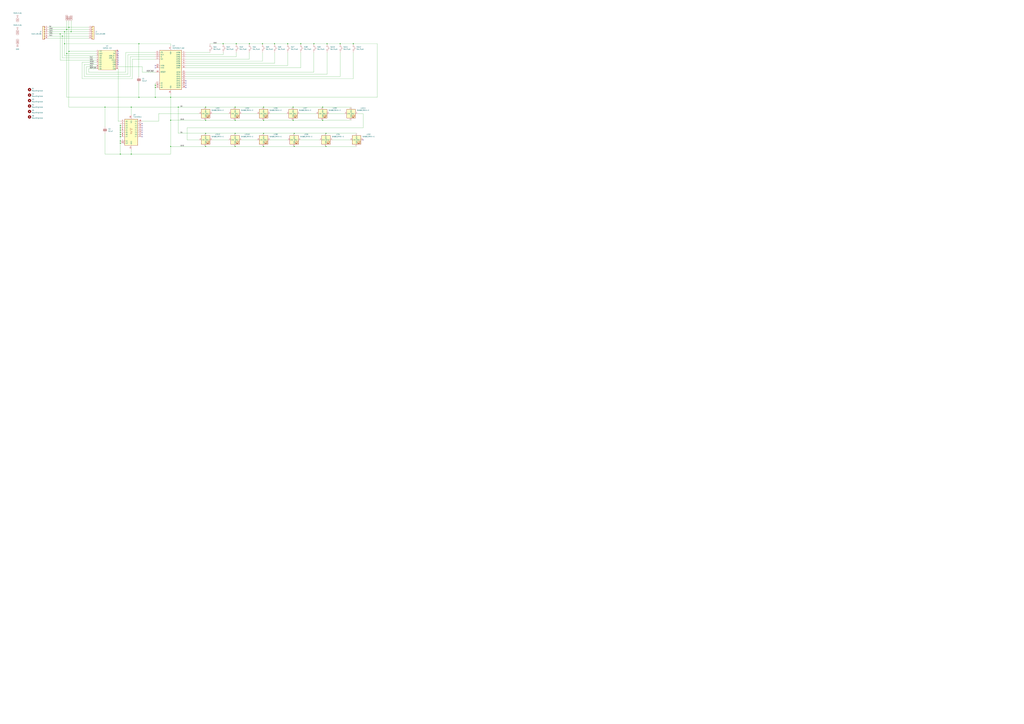
<source format=kicad_sch>
(kicad_sch (version 20250114) (generator "eeschema") (generator_version "9.0")
  (paper "A0")
  (lib_symbols
    (symbol "74xx:74AHC541" (pin_names (offset 1.016))
      (property "Reference" "U" (at -7.62 16.51 0))
      (property "Value" "74AHC541" (at -7.62 -16.51 0))
      (symbol "74AHC541_1_0"
        (polyline (pts (xy -1.27 -1.6002) (xy 0.635 -1.6002) (xy 0.635 0.9398) (xy 1.27 0.9398)))
        (polyline (pts (xy -0.635 -1.6002) (xy -0.635 0.9398) (xy 0.635 0.9398)))
        (polyline (pts (xy 1.27 3.4798) (xy -1.27 4.7498) (xy -1.27 2.2098) (xy 1.27 3.4798)) (stroke (width 0.1524)))
        (pin input line (at -12.7 12.7 0) (length 5.08) (name "A0") (number "2"))
        (pin input line (at -12.7 10.16 0) (length 5.08) (name "A1") (number "3"))
        (pin input line (at -12.7 7.62 0) (length 5.08) (name "A2") (number "4"))
        (pin input line (at -12.7 5.08 0) (length 5.08) (name "A3") (number "5"))
        (pin input line (at -12.7 2.54 0) (length 5.08) (name "A4") (number "6"))
        (pin input line (at -12.7 0 0) (length 5.08) (name "A5") (number "7"))
        (pin input line (at -12.7 -2.54 0) (length 5.08) (name "A6") (number "8"))
        (pin input line (at -12.7 -5.08 0) (length 5.08) (name "A7") (number "9"))
        (pin input inverted (at -12.7 -10.16 0) (length 5.08) (name "G1") (number "1"))
        (pin input inverted (at -12.7 -12.7 0) (length 5.08) (name "G2") (number "19"))
        (pin power_in line (at 0 20.32 270) (length 5.08) (name "VCC") (number "20"))
        (pin power_in line (at 0 -20.32 90) (length 5.08) (name "GND") (number "10"))
        (pin tri_state line (at 12.7 12.7 180) (length 5.08) (name "Y0") (number "18"))
        (pin tri_state line (at 12.7 10.16 180) (length 5.08) (name "Y1") (number "17"))
        (pin tri_state line (at 12.7 7.62 180) (length 5.08) (name "Y2") (number "16"))
        (pin tri_state line (at 12.7 5.08 180) (length 5.08) (name "Y3") (number "15"))
        (pin tri_state line (at 12.7 2.54 180) (length 5.08) (name "Y4") (number "14"))
        (pin tri_state line (at 12.7 0 180) (length 5.08) (name "Y5") (number "13"))
        (pin tri_state line (at 12.7 -2.54 180) (length 5.08) (name "Y6") (number "12"))
        (pin tri_state line (at 12.7 -5.08 180) (length 5.08) (name "Y7") (number "11"))
      )
      (symbol "74AHC541_1_1"
        (rectangle (start -7.62 15.24) (end 7.62 -15.24) (stroke (width 0.254)) (fill (type background)))
      )
    )
    (symbol "Connector_Generic:Conn_01x06" (pin_names (offset 1.016) (hide yes))
      (property "Reference" "J" (at 0 7.62 0))
      (property "Value" "Conn_01x06" (at 0 -10.16 0))
      (symbol "Conn_01x06_1_1"
        (rectangle (start -1.27 6.35) (end 1.27 -8.89) (stroke (width 0.254)) (fill (type background)))
        (rectangle (start -1.27 5.207) (end 0 4.953) (stroke (width 0.1524)))
        (rectangle (start -1.27 2.667) (end 0 2.413) (stroke (width 0.1524)))
        (rectangle (start -1.27 0.127) (end 0 -0.127) (stroke (width 0.1524)))
        (rectangle (start -1.27 -2.413) (end 0 -2.667) (stroke (width 0.1524)))
        (rectangle (start -1.27 -4.953) (end 0 -5.207) (stroke (width 0.1524)))
        (rectangle (start -1.27 -7.493) (end 0 -7.747) (stroke (width 0.1524)))
        (pin passive line (at -5.08 5.08 0) (length 3.81) (name "Pin_1") (number "1"))
        (pin passive line (at -5.08 2.54 0) (length 3.81) (name "Pin_2") (number "2"))
        (pin passive line (at -5.08 0 0) (length 3.81) (name "Pin_3") (number "3"))
        (pin passive line (at -5.08 -2.54 0) (length 3.81) (name "Pin_4") (number "4"))
        (pin passive line (at -5.08 -5.08 0) (length 3.81) (name "Pin_5") (number "5"))
        (pin passive line (at -5.08 -7.62 0) (length 3.81) (name "Pin_6") (number "6"))
      )
    )
    (symbol "Device:C" (pin_numbers (hide yes)) (pin_names (offset 0.254))
      (property "Reference" "C" (at 0.635 2.54 0))
      (property "Value" "C" (at 0.635 -2.54 0))
      (symbol "C_0_1"
        (polyline (pts (xy -2.032 0.762) (xy 2.032 0.762)) (stroke (width 0.508)))
        (polyline (pts (xy -2.032 -0.762) (xy 2.032 -0.762)) (stroke (width 0.508)))
      )
      (symbol "C_1_1"
        (pin passive line (at 0 3.81 270) (length 2.794) (name "~") (number "1"))
        (pin passive line (at 0 -3.81 90) (length 2.794) (name "~") (number "2"))
      )
    )
    (symbol "Interface_Expansion:MCP23S17_SO" (pin_names (offset 1.016))
      (property "Reference" "U" (at -11.43 24.13 0))
      (property "Value" "MCP23S17_SO" (at 0 0 0))
      (symbol "MCP23S17_SO_0_1"
        (rectangle (start -12.7 22.86) (end 12.7 -22.86) (stroke (width 0.254)) (fill (type background)))
      )
      (symbol "MCP23S17_SO_1_1"
        (pin input line (at -17.78 20.32 0) (length 5.08) (name "~{CS}") (number "11"))
        (pin input line (at -17.78 17.78 0) (length 5.08) (name "SCK") (number "12"))
        (pin input line (at -17.78 15.24 0) (length 5.08) (name "SI") (number "13"))
        (pin output line (at -17.78 12.7 0) (length 5.08) (name "SO") (number "14"))
        (pin tri_state line (at -17.78 5.08 0) (length 5.08) (name "INTB") (number "19"))
        (pin tri_state line (at -17.78 2.54 0) (length 5.08) (name "INTA") (number "20"))
        (pin input line (at -17.78 -2.54 0) (length 5.08) (name "~{RESET}") (number "18"))
        (pin input line (at -17.78 -15.24 0) (length 5.08) (name "A2") (number "17"))
        (pin input line (at -17.78 -17.78 0) (length 5.08) (name "A1") (number "16"))
        (pin input line (at -17.78 -20.32 0) (length 5.08) (name "A0") (number "15"))
        (pin power_in line (at 0 27.94 270) (length 5.08) (name "VDD") (number "9"))
        (pin power_in line (at 0 -27.94 90) (length 5.08) (name "VSS") (number "10"))
        (pin bidirectional line (at 17.78 20.32 180) (length 5.08) (name "GPB0") (number "1"))
        (pin bidirectional line (at 17.78 17.78 180) (length 5.08) (name "GPB1") (number "2"))
        (pin bidirectional line (at 17.78 15.24 180) (length 5.08) (name "GPB2") (number "3"))
        (pin bidirectional line (at 17.78 12.7 180) (length 5.08) (name "GPB3") (number "4"))
        (pin bidirectional line (at 17.78 10.16 180) (length 5.08) (name "GPB4") (number "5"))
        (pin bidirectional line (at 17.78 7.62 180) (length 5.08) (name "GPB5") (number "6"))
        (pin bidirectional line (at 17.78 5.08 180) (length 5.08) (name "GPB6") (number "7"))
        (pin bidirectional line (at 17.78 2.54 180) (length 5.08) (name "GPB7") (number "8"))
        (pin bidirectional line (at 17.78 -2.54 180) (length 5.08) (name "GPA0") (number "21"))
        (pin bidirectional line (at 17.78 -5.08 180) (length 5.08) (name "GPA1") (number "22"))
        (pin bidirectional line (at 17.78 -7.62 180) (length 5.08) (name "GPA2") (number "23"))
        (pin bidirectional line (at 17.78 -10.16 180) (length 5.08) (name "GPA3") (number "24"))
        (pin bidirectional line (at 17.78 -12.7 180) (length 5.08) (name "GPA4") (number "25"))
        (pin bidirectional line (at 17.78 -15.24 180) (length 5.08) (name "GPA5") (number "26"))
        (pin bidirectional line (at 17.78 -17.78 180) (length 5.08) (name "GPA6") (number "27"))
        (pin bidirectional line (at 17.78 -20.32 180) (length 5.08) (name "GPA7") (number "28"))
      )
    )
    (symbol "JonathanAdams-Waveshare-ESP32:Waveshare-ESP32-C3-Zero"
      (property "Reference" "U" (at -9.652 12.446 0))
      (symbol "Waveshare-ESP32-C3-Zero_1_1"
        (rectangle (start -10.16 11.43) (end 10.16 -11.43) (fill (type background)))
        (pin power_in line (at -12.7 10.16 0) (length 2.54) (name "VCC") (number "1"))
        (pin power_in line (at -12.7 7.62 0) (length 2.54) (name "GND") (number "2"))
        (pin power_out line (at -12.7 5.08 0) (length 2.54) (name "V3V") (number "3"))
        (pin bidirectional line (at -12.7 2.54 0) (length 2.54) (name "IO0") (number "4"))
        (pin bidirectional line (at -12.7 0 0) (length 2.54) (name "IO1") (number "5"))
        (pin bidirectional line (at -12.7 -2.54 0) (length 2.54) (name "IO2") (number "6"))
        (pin bidirectional line (at -12.7 -5.08 0) (length 2.54) (name "IO3") (number "7"))
        (pin bidirectional line (at -12.7 -7.62 0) (length 2.54) (name "IO4") (number "8"))
        (pin bidirectional line (at -12.7 -10.16 0) (length 2.54) (name "IO5") (number "9"))
        (pin bidirectional line (at 12.7 10.16 180) (length 2.54) (name "IO21") (number "18") (alternate "TX" bidirectional line))
        (pin bidirectional line (at 12.7 7.62 180) (length 2.54) (name "IO20") (number "17") (alternate "RX" bidirectional line))
        (pin bidirectional line (at 12.7 5.08 180) (length 2.54) (name "IO19") (number "16") (alternate "USB_D+" bidirectional line))
        (pin bidirectional line (at 12.7 2.54 180) (length 2.54) (name "IO18") (number "15") (alternate "USB_D-" bidirectional line))
        (pin bidirectional line (at 12.7 0 180) (length 2.54) (name "IO10") (number "14"))
        (pin bidirectional line (at 12.7 -2.54 180) (length 2.54) (name "IO9") (number "13"))
        (pin bidirectional line (at 12.7 -5.08 180) (length 2.54) (name "IO8") (number "12"))
        (pin bidirectional line (at 12.7 -7.62 180) (length 2.54) (name "IO7") (number "11"))
        (pin bidirectional line (at 12.7 -10.16 180) (length 2.54) (name "IO6") (number "10"))
      )
    )
    (symbol "Mechanical:MountingHole" (pin_names (offset 1.016)) (in_bom no)
      (property "Reference" "H" (at 0 5.08 0))
      (property "Value" "MountingHole" (at 0 3.175 0))
      (symbol "MountingHole_0_1"
        (circle (center 0 0) (radius 1.27) (stroke (width 1.27)))
      )
    )
    (symbol "PCM_marbastlib-various:SK6812MINI-E"
      (property "Reference" "LED" (at 2.54 6.35 0))
      (property "Value" "SK6812MINI-E" (at 7.62 -6.35 0))
      (symbol "SK6812MINI-E_0_0"
        (text "RGB" (at 2.286 -4.191 0) (effects (font (size 0.762 0.762))))
      )
      (symbol "SK6812MINI-E_0_1"
        (polyline (pts (xy 1.27 -2.54) (xy 1.778 -2.54)))
        (polyline (pts (xy 1.27 -3.556) (xy 1.778 -3.556)))
        (polyline (pts (xy 2.286 -1.524) (xy 1.27 -2.54) (xy 1.27 -2.032)))
        (polyline (pts (xy 2.286 -2.54) (xy 1.27 -3.556) (xy 1.27 -3.048)))
        (polyline (pts (xy 3.683 -1.016) (xy 3.683 -3.556) (xy 3.683 -4.064)))
        (polyline (pts (xy 4.699 -1.524) (xy 2.667 -1.524) (xy 3.683 -3.556) (xy 4.699 -1.524)))
        (polyline (pts (xy 4.699 -3.556) (xy 2.667 -3.556)))
        (rectangle (start 5.08 5.08) (end -5.08 -5.08) (stroke (width 0.254)) (fill (type background)))
      )
      (symbol "SK6812MINI-E_1_1"
        (pin input line (at -7.62 0 0) (length 2.54) (name "DIN") (number "3"))
        (pin power_in line (at 0 7.62 270) (length 2.54) (name "VDD") (number "1"))
        (pin power_in line (at 0 -7.62 90) (length 2.54) (name "VSS") (number "4"))
        (pin output line (at 7.62 0 180) (length 2.54) (name "DOUT") (number "2"))
      )
    )
    (symbol "Switch:SW_Push" (pin_numbers (hide yes)) (pin_names (offset 1.016) (hide yes))
      (property "Reference" "SW" (at 1.27 2.54 0))
      (property "Value" "SW_Push" (at 0 -1.524 0))
      (symbol "SW_Push_0_1"
        (circle (center -2.032 0) (radius 0.508))
        (polyline (pts (xy 0 1.27) (xy 0 3.048)))
        (circle (center 2.032 0) (radius 0.508))
        (polyline (pts (xy 2.54 1.27) (xy -2.54 1.27)))
        (pin passive line (at -5.08 0 0) (length 2.54) (name "1") (number "1"))
        (pin passive line (at 5.08 0 180) (length 2.54) (name "2") (number "2"))
      )
    )
    (symbol "power:GND" (power) (pin_numbers (hide yes)) (pin_names (offset 0) (hide yes))
      (property "Value" "GND" (at 0 -3.81 0))
      (symbol "GND_0_1"
        (polyline (pts (xy 0 0) (xy 0 -1.27) (xy 1.27 -1.27) (xy 0 -2.54) (xy -1.27 -1.27) (xy 0 -1.27)))
      )
      (symbol "GND_1_1"
        (pin power_in line (at 0 0 270) (length 0) (name "~") (number "1"))
      )
    )
    (symbol "power:PWR_FLAG" (power) (pin_numbers (hide yes)) (pin_names (offset 0) (hide yes))
      (property "Value" "PWR_FLAG" (at 0 3.81 0))
      (symbol "PWR_FLAG_0_0"
        (pin power_out line (at 0 0 90) (length 0) (name "~") (number "1"))
      )
      (symbol "PWR_FLAG_0_1"
        (polyline (pts (xy 0 0) (xy 0 1.27) (xy -1.016 1.905) (xy 0 2.54) (xy 1.016 1.905) (xy 0 1.27)))
      )
    )
  )
  (junction (at 340.36 124.46))
  (junction (at 341.63 154.94))
  (junction (at 152.4 124.46))
  (junction (at 152.4 179.07))
  (junction (at 259.08 50.8))
  (junction (at 180.34 113.03))
  (junction (at 273.05 154.94))
  (junction (at 180.34 99.06))
  (junction (at 139.7 179.07))
  (junction (at 378.46 154.94))
  (junction (at 238.76 154.94))
  (junction (at 139.7 158.75))
  (junction (at 410.21 50.8))
  (junction (at 139.7 166.37))
  (junction (at 378.46 170.18))
  (junction (at 121.92 124.46))
  (junction (at 139.7 156.21))
  (junction (at 334.01 50.8))
  (junction (at 69.85 39.37))
  (junction (at 273.05 170.18))
  (junction (at 139.7 146.05))
  (junction (at 139.7 153.67))
  (junction (at 349.25 50.8))
  (junction (at 198.12 113.03))
  (junction (at 198.12 139.7))
  (junction (at 238.76 124.46))
  (junction (at 139.7 151.13))
  (junction (at 394.97 50.8))
  (junction (at 74.93 50.8))
  (junction (at 139.7 163.83))
  (junction (at 289.56 50.8))
  (junction (at 80.01 31.75))
  (junction (at 318.77 50.8))
  (junction (at 274.32 50.8))
  (junction (at 198.12 170.18))
  (junction (at 77.47 34.29))
  (junction (at 72.39 41.91))
  (junction (at 374.65 124.46))
  (junction (at 273.05 139.7))
  (junction (at 74.93 36.83))
  (junction (at 379.73 50.8))
  (junction (at 341.63 170.18))
  (junction (at 161.29 113.03))
  (junction (at 207.01 124.46))
  (junction (at 80.01 59.69))
  (junction (at 77.47 62.23))
  (junction (at 82.55 36.83))
  (junction (at 306.07 154.94))
  (junction (at 304.8 50.8))
  (junction (at 180.34 101.6))
  (junction (at 238.76 170.18))
  (junction (at 306.07 170.18))
  (junction (at 364.49 50.8))
  (junction (at 161.29 50.8))
  (junction (at 306.07 139.7))
  (junction (at 340.36 139.7))
  (junction (at 238.76 139.7))
  (junction (at 374.65 139.7))
  (junction (at 273.05 124.46))
  (junction (at 139.7 148.59))
  (junction (at 306.07 124.46))
  (no_connect (at 215.9 101.6))
  (no_connect (at 165.1 151.13))
  (no_connect (at 165.1 148.59))
  (no_connect (at 165.1 158.75))
  (no_connect (at 165.1 143.51))
  (no_connect (at 215.9 96.52))
  (no_connect (at 137.16 72.39))
  (no_connect (at 180.34 76.2))
  (no_connect (at 165.1 156.21))
  (no_connect (at 137.16 59.69))
  (no_connect (at 137.16 69.85))
  (no_connect (at 165.1 153.67))
  (no_connect (at 137.16 67.31))
  (no_connect (at 215.9 93.98))
  (no_connect (at 165.1 146.05))
  (no_connect (at 180.34 78.74))
  (no_connect (at 137.16 74.93))
  (no_connect (at 215.9 99.06))
  (no_connect (at 137.16 62.23))
  (no_connect (at 421.64 162.56))
  (no_connect (at 137.16 64.77))
  (wire (pts (xy 165.1 140.97) (xy 184.15 140.97)))
  (wire (pts (xy 55.88 36.83) (xy 74.93 36.83)))
  (wire (pts (xy 238.76 139.7) (xy 273.05 139.7)))
  (wire (pts (xy 139.7 143.51) (xy 139.7 146.05)))
  (wire (pts (xy 215.9 73.66) (xy 318.77 73.66)))
  (wire (pts (xy 306.07 124.46) (xy 340.36 124.46)))
  (wire (pts (xy 415.29 132.08) (xy 421.64 132.08)))
  (wire (pts (xy 273.05 170.18) (xy 306.07 170.18)))
  (wire (pts (xy 82.55 36.83) (xy 102.87 36.83)))
  (wire (pts (xy 215.9 71.12) (xy 304.8 71.12)))
  (wire (pts (xy 184.15 140.97) (xy 184.15 132.08)))
  (wire (pts (xy 139.7 146.05) (xy 139.7 148.59)))
  (wire (pts (xy 80.01 24.13) (xy 80.01 31.75)))
  (wire (pts (xy 374.65 124.46) (xy 407.67 124.46)))
  (wire (pts (xy 274.32 50.8) (xy 289.56 50.8)))
  (wire (pts (xy 198.12 50.8) (xy 198.12 53.34)))
  (wire (pts (xy 148.59 63.5) (xy 180.34 63.5)))
  (wire (pts (xy 137.16 140.97) (xy 139.7 140.97)))
  (wire (pts (xy 215.9 88.9) (xy 394.97 88.9)))
  (wire (pts (xy 421.64 148.59) (xy 217.17 148.59)))
  (wire (pts (xy 215.9 86.36) (xy 379.73 86.36)))
  (wire (pts (xy 217.17 148.59) (xy 217.17 162.56)))
  (wire (pts (xy 77.47 34.29) (xy 102.87 34.29)))
  (wire (pts (xy 55.88 44.45) (xy 102.87 44.45)))
  (wire (pts (xy 95.25 72.39) (xy 95.25 91.44)))
  (wire (pts (xy 180.34 96.52) (xy 180.34 99.06)))
  (wire (pts (xy 259.08 63.5) (xy 215.9 63.5)))
  (wire (pts (xy 306.07 170.18) (xy 341.63 170.18)))
  (wire (pts (xy 151.13 66.04) (xy 180.34 66.04)))
  (wire (pts (xy 77.47 113.03) (xy 77.47 62.23)))
  (wire (pts (xy 313.69 162.56) (xy 334.01 162.56)))
  (wire (pts (xy 386.08 162.56) (xy 406.4 162.56)))
  (wire (pts (xy 438.15 113.03) (xy 438.15 50.8)))
  (wire (pts (xy 215.9 68.58) (xy 289.56 68.58)))
  (wire (pts (xy 121.92 124.46) (xy 80.01 124.46)))
  (wire (pts (xy 139.7 153.67) (xy 139.7 156.21)))
  (wire (pts (xy 341.63 170.18) (xy 378.46 170.18)))
  (wire (pts (xy 334.01 76.2) (xy 215.9 76.2)))
  (wire (pts (xy 273.05 139.7) (xy 306.07 139.7)))
  (wire (pts (xy 217.17 162.56) (xy 231.14 162.56)))
  (wire (pts (xy 77.47 24.13) (xy 77.47 34.29)))
  (wire (pts (xy 394.97 88.9) (xy 394.97 60.96)))
  (wire (pts (xy 153.67 91.44) (xy 153.67 68.58)))
  (wire (pts (xy 80.01 31.75) (xy 80.01 59.69)))
  (wire (pts (xy 180.34 99.06) (xy 180.34 101.6)))
  (wire (pts (xy 259.08 60.96) (xy 259.08 63.5)))
  (wire (pts (xy 318.77 73.66) (xy 318.77 60.96)))
  (wire (pts (xy 318.77 50.8) (xy 334.01 50.8)))
  (wire (pts (xy 238.76 154.94) (xy 273.05 154.94)))
  (wire (pts (xy 161.29 113.03) (xy 180.34 113.03)))
  (wire (pts (xy 364.49 60.96) (xy 364.49 83.82)))
  (wire (pts (xy 374.65 139.7) (xy 407.67 139.7)))
  (wire (pts (xy 274.32 50.8) (xy 259.08 50.8)))
  (wire (pts (xy 121.92 179.07) (xy 121.92 154.94)))
  (wire (pts (xy 165.1 77.47) (xy 137.16 77.47)))
  (wire (pts (xy 152.4 179.07) (xy 152.4 173.99)))
  (wire (pts (xy 97.79 74.93) (xy 111.76 74.93)))
  (wire (pts (xy 379.73 86.36) (xy 379.73 60.96)))
  (wire (pts (xy 161.29 50.8) (xy 161.29 88.9)))
  (wire (pts (xy 139.7 158.75) (xy 139.7 163.83)))
  (wire (pts (xy 273.05 124.46) (xy 306.07 124.46)))
  (wire (pts (xy 137.16 80.01) (xy 137.16 140.97)))
  (wire (pts (xy 180.34 60.96) (xy 146.05 60.96)))
  (wire (pts (xy 121.92 124.46) (xy 121.92 147.32)))
  (wire (pts (xy 165.1 83.82) (xy 165.1 77.47)))
  (wire (pts (xy 69.85 39.37) (xy 102.87 39.37)))
  (wire (pts (xy 410.21 50.8) (xy 394.97 50.8)))
  (wire (pts (xy 207.01 124.46) (xy 238.76 124.46)))
  (wire (pts (xy 100.33 77.47) (xy 111.76 77.47)))
  (wire (pts (xy 304.8 50.8) (xy 318.77 50.8)))
  (wire (pts (xy 207.01 154.94) (xy 238.76 154.94)))
  (wire (pts (xy 74.93 64.77) (xy 111.76 64.77)))
  (wire (pts (xy 100.33 86.36) (xy 148.59 86.36)))
  (wire (pts (xy 280.67 132.08) (xy 298.45 132.08)))
  (wire (pts (xy 80.01 59.69) (xy 111.76 59.69)))
  (wire (pts (xy 184.15 132.08) (xy 231.14 132.08)))
  (wire (pts (xy 72.39 67.31) (xy 72.39 41.91)))
  (wire (pts (xy 55.88 34.29) (xy 77.47 34.29)))
  (wire (pts (xy 77.47 34.29) (xy 77.47 62.23)))
  (wire (pts (xy 215.9 60.96) (xy 243.84 60.96)))
  (wire (pts (xy 347.98 132.08) (xy 367.03 132.08)))
  (wire (pts (xy 349.25 162.56) (xy 370.84 162.56)))
  (wire (pts (xy 74.93 64.77) (xy 74.93 50.8)))
  (wire (pts (xy 198.12 113.03) (xy 438.15 113.03)))
  (wire (pts (xy 334.01 50.8) (xy 349.25 50.8)))
  (wire (pts (xy 198.12 139.7) (xy 198.12 113.03)))
  (wire (pts (xy 313.69 132.08) (xy 332.74 132.08)))
  (wire (pts (xy 102.87 83.82) (xy 102.87 80.01)))
  (wire (pts (xy 198.12 170.18) (xy 198.12 179.07)))
  (wire (pts (xy 259.08 50.8) (xy 243.84 50.8)))
  (wire (pts (xy 97.79 74.93) (xy 97.79 88.9)))
  (wire (pts (xy 55.88 31.75) (xy 80.01 31.75)))
  (wire (pts (xy 74.93 50.8) (xy 161.29 50.8)))
  (wire (pts (xy 238.76 124.46) (xy 273.05 124.46)))
  (wire (pts (xy 153.67 68.58) (xy 180.34 68.58)))
  (wire (pts (xy 349.25 50.8) (xy 364.49 50.8)))
  (wire (pts (xy 55.88 41.91) (xy 72.39 41.91)))
  (wire (pts (xy 306.07 139.7) (xy 340.36 139.7)))
  (wire (pts (xy 82.55 24.13) (xy 82.55 36.83)))
  (wire (pts (xy 198.12 139.7) (xy 198.12 170.18)))
  (wire (pts (xy 198.12 113.03) (xy 180.34 113.03)))
  (wire (pts (xy 280.67 162.56) (xy 298.45 162.56)))
  (wire (pts (xy 198.12 109.22) (xy 198.12 113.03)))
  (wire (pts (xy 95.25 91.44) (xy 153.67 91.44)))
  (wire (pts (xy 77.47 62.23) (xy 111.76 62.23)))
  (wire (pts (xy 139.7 151.13) (xy 139.7 153.67)))
  (wire (pts (xy 273.05 154.94) (xy 306.07 154.94)))
  (wire (pts (xy 207.01 124.46) (xy 207.01 154.94)))
  (wire (pts (xy 139.7 179.07) (xy 139.7 166.37)))
  (wire (pts (xy 246.38 162.56) (xy 265.43 162.56)))
  (wire (pts (xy 215.9 66.04) (xy 274.32 66.04)))
  (wire (pts (xy 207.01 124.46) (xy 152.4 124.46)))
  (wire (pts (xy 139.7 156.21) (xy 139.7 158.75)))
  (wire (pts (xy 95.25 72.39) (xy 111.76 72.39)))
  (wire (pts (xy 198.12 179.07) (xy 152.4 179.07)))
  (wire (pts (xy 151.13 88.9) (xy 151.13 66.04)))
  (wire (pts (xy 379.73 50.8) (xy 394.97 50.8)))
  (wire (pts (xy 69.85 69.85) (xy 111.76 69.85)))
  (wire (pts (xy 215.9 83.82) (xy 364.49 83.82)))
  (wire (pts (xy 378.46 154.94) (xy 414.02 154.94)))
  (wire (pts (xy 421.64 132.08) (xy 421.64 148.59)))
  (wire (pts (xy 165.1 83.82) (xy 180.34 83.82)))
  (wire (pts (xy 246.38 132.08) (xy 265.43 132.08)))
  (wire (pts (xy 161.29 50.8) (xy 198.12 50.8)))
  (wire (pts (xy 152.4 179.07) (xy 139.7 179.07)))
  (wire (pts (xy 146.05 60.96) (xy 146.05 83.82)))
  (wire (pts (xy 139.7 163.83) (xy 139.7 166.37)))
  (wire (pts (xy 152.4 124.46) (xy 121.92 124.46)))
  (wire (pts (xy 146.05 83.82) (xy 102.87 83.82)))
  (wire (pts (xy 334.01 60.96) (xy 334.01 76.2)))
  (wire (pts (xy 289.56 50.8) (xy 304.8 50.8)))
  (wire (pts (xy 152.4 124.46) (xy 152.4 133.35)))
  (wire (pts (xy 438.15 50.8) (xy 410.21 50.8)))
  (wire (pts (xy 69.85 69.85) (xy 69.85 39.37)))
  (wire (pts (xy 378.46 170.18) (xy 414.02 170.18)))
  (wire (pts (xy 139.7 148.59) (xy 139.7 151.13)))
  (wire (pts (xy 72.39 41.91) (xy 102.87 41.91)))
  (wire (pts (xy 349.25 78.74) (xy 349.25 60.96)))
  (wire (pts (xy 304.8 60.96) (xy 304.8 71.12)))
  (wire (pts (xy 340.36 139.7) (xy 374.65 139.7)))
  (wire (pts (xy 161.29 96.52) (xy 161.29 113.03)))
  (wire (pts (xy 410.21 91.44) (xy 410.21 60.96)))
  (wire (pts (xy 139.7 179.07) (xy 121.92 179.07)))
  (wire (pts (xy 198.12 170.18) (xy 238.76 170.18)))
  (wire (pts (xy 289.56 68.58) (xy 289.56 60.96)))
  (wire (pts (xy 80.01 31.75) (xy 102.87 31.75)))
  (wire (pts (xy 97.79 88.9) (xy 151.13 88.9)))
  (wire (pts (xy 215.9 91.44) (xy 410.21 91.44)))
  (wire (pts (xy 306.07 154.94) (xy 341.63 154.94)))
  (wire (pts (xy 55.88 39.37) (xy 69.85 39.37)))
  (wire (pts (xy 274.32 60.96) (xy 274.32 66.04)))
  (wire (pts (xy 341.63 154.94) (xy 378.46 154.94)))
  (wire (pts (xy 180.34 101.6) (xy 180.34 113.03)))
  (wire (pts (xy 364.49 50.8) (xy 379.73 50.8)))
  (wire (pts (xy 74.93 36.83) (xy 82.55 36.83)))
  (wire (pts (xy 238.76 170.18) (xy 273.05 170.18)))
  (wire (pts (xy 340.36 124.46) (xy 374.65 124.46)))
  (wire (pts (xy 382.27 132.08) (xy 400.05 132.08)))
  (wire (pts (xy 100.33 77.47) (xy 100.33 86.36)))
  (wire (pts (xy 74.93 36.83) (xy 74.93 50.8)))
  (wire (pts (xy 161.29 113.03) (xy 77.47 113.03)))
  (wire (pts (xy 238.76 139.7) (xy 198.12 139.7)))
  (wire (pts (xy 72.39 67.31) (xy 111.76 67.31)))
  (wire (pts (xy 80.01 59.69) (xy 80.01 124.46)))
  (wire (pts (xy 215.9 78.74) (xy 349.25 78.74)))
  (wire (pts (xy 102.87 80.01) (xy 111.76 80.01)))
  (wire (pts (xy 148.59 86.36) (xy 148.59 63.5)))
  (label "5V" (at 209.55 154.94 0))
  (label "5V" (at 57.15 31.75 0))
  (label "3V3" (at 57.15 36.83 0))
  (label "SDA" (at 57.15 39.37 0))
  (label "GND" (at 209.55 170.18 0))
  (label "MISO" (at 104.14 72.39 0))
  (label "SDA" (at 104.14 69.85 0))
  (label "5V" (at 209.55 124.46 0))
  (label "GND" (at 209.55 139.7 0))
  (label "~{MCP_RST}" (at 170.18 83.82 0))
  (label "MOSI" (at 104.14 74.93 0))
  (label "SCK" (at 104.14 77.47 0))
  (label "SLC" (at 104.14 67.31 0))
  (label "GND" (at 247.65 50.8 0))
  (label "SLC" (at 57.15 41.91 0))
  (label "~{MCP_CS}" (at 104.14 80.01 0))
  (label "GND" (at 57.15 34.29 0))
  (global_label "GND" (shape input) (at 20.32 52.07 90) (property "Intersheetrefs" "${INTERSHEET_REFS}" (effects (hide yes))))
  (global_label "3V3" (shape input) (at 82.55 24.13 90) (property "Intersheetrefs" "${INTERSHEET_REFS}" (effects (hide yes))))
  (global_label "3V3" (shape input) (at 20.32 34.29 270) (property "Intersheetrefs" "${INTERSHEET_REFS}" (effects (hide yes))))
  (global_label "GND" (shape input) (at 77.47 24.13 90) (property "Intersheetrefs" "${INTERSHEET_REFS}" (effects (hide yes))))
  (global_label "5V" (shape input) (at 20.32 20.32 270) (property "Intersheetrefs" "${INTERSHEET_REFS}" (effects (hide yes))))
  (global_label "5V" (shape input) (at 80.01 24.13 90) (property "Intersheetrefs" "${INTERSHEET_REFS}" (effects (hide yes))))
  (symbol (lib_id "Mechanical:MountingHole") (at 34.29 129.54 0) (unit 1) (in_bom no)
    (property "Reference" "H5" (at 36.83 128.2699 0) (effects (justify left)))
    (property "Value" "MountingHole" (at 36.83 130.8099 0) (effects (justify left)))
    (property "Footprint" "MountingHole:MountingHole_2.2mm_M2" (effects (hide yes)))
    (property "Description" "Mounting Hole without connection" (effects (hide yes)))
  )
  (symbol (lib_id "PCM_marbastlib-various:SK6812MINI-E") (at 273.05 162.56 0) (unit 1)
    (property "Reference" "LED10" (at 287.02 156.1398 0))
    (property "Value" "SK6812MINI-E" (at 287.02 158.6798 0))
    (property "Footprint" "PCM_marbastlib-choc:LED_choc_6028R-ROT" (effects (hide yes)))
    (property "Description" "Reverse mount adressable LED (WS2812 protocol)" (effects (hide yes)))
  )
  (symbol (lib_id "Connector_Generic:Conn_01x06") (at 50.8 36.83 0) (mirror y) (unit 1)
    (property "Reference" "J2" (at 48.26 36.8299 0) (effects (justify left)))
    (property "Value" "Conn_01x06" (at 48.26 39.3699 0) (effects (justify left)))
    (property "Footprint" "Tommy:PinSocket_1x06_P2.54mm_MagPogoHor_R" (effects (hide yes)))
    (property "Description" "Generic connector, single row, 01x06, script generated (kicad-library-utils/schlib/autogen/connector/)" (effects (hide yes)))
  )
  (symbol (lib_id "Switch:SW_Push") (at 318.77 55.88 270) (unit 1)
    (property "Reference" "SW6" (at 322.58 54.6099 90) (effects (justify left)))
    (property "Value" "SW_Push" (at 322.58 57.1499 90) (effects (justify left)))
    (property "Footprint" "PCM_Switch_Keyboard_Hotswap_Kailh:SW_Hotswap_Kailh_Choc_V1_1.50u" (effects (hide yes)))
    (property "Description" "Push button switch, generic, two pins" (effects (hide yes)))
  )
  (symbol (lib_id "Mechanical:MountingHole") (at 34.29 135.89 0) (unit 1) (in_bom no)
    (property "Reference" "H6" (at 36.83 134.6199 0) (effects (justify left)))
    (property "Value" "MountingHole" (at 36.83 137.1599 0) (effects (justify left)))
    (property "Footprint" "MountingHole:MountingHole_2.2mm_M2" (effects (hide yes)))
    (property "Description" "Mounting Hole without connection" (effects (hide yes)))
  )
  (symbol (lib_id "Device:C") (at 121.92 151.13 0) (unit 1)
    (property "Reference" "C2" (at 125.73 149.8599 0) (effects (justify left)))
    (property "Value" "0.1uF" (at 125.73 152.3999 0) (effects (justify left)))
    (property "Footprint" "Capacitor_SMD:C_1206_3216Metric_Pad1.33x1.80mm_HandSolder" (effects (hide yes)))
    (property "Description" "Unpolarized capacitor" (effects (hide yes)))
  )
  (symbol (lib_id "Mechanical:MountingHole") (at 34.29 123.19 0) (unit 1) (in_bom no)
    (property "Reference" "H4" (at 36.83 121.9199 0) (effects (justify left)))
    (property "Value" "MountingHole" (at 36.83 124.4599 0) (effects (justify left)))
    (property "Footprint" "MountingHole:MountingHole_2.2mm_M2" (effects (hide yes)))
    (property "Description" "Mounting Hole without connection" (effects (hide yes)))
  )
  (symbol (lib_id "Switch:SW_Push") (at 379.73 55.88 270) (unit 1)
    (property "Reference" "SW10" (at 383.54 54.6099 90) (effects (justify left)))
    (property "Value" "SW_Push" (at 383.54 57.1499 90) (effects (justify left)))
    (property "Footprint" "PCM_Switch_Keyboard_Hotswap_Kailh:SW_Hotswap_Kailh_Choc_V1_1.50u" (effects (hide yes)))
    (property "Description" "Push button switch, generic, two pins" (effects (hide yes)))
  )
  (symbol (lib_id "Switch:SW_Push") (at 243.84 55.88 270) (unit 1)
    (property "Reference" "SW1" (at 247.65 54.6099 90) (effects (justify left)))
    (property "Value" "SW_Push" (at 247.65 57.1499 90) (effects (justify left)))
    (property "Footprint" "PCM_Switch_Keyboard_Hotswap_Kailh:SW_Hotswap_Kailh_Choc_V1_1.50u" (effects (hide yes)))
    (property "Description" "Push button switch, generic, two pins" (effects (hide yes)))
  )
  (symbol (lib_id "Mechanical:MountingHole") (at 34.29 116.84 0) (unit 1) (in_bom no)
    (property "Reference" "H3" (at 36.83 115.5699 0) (effects (justify left)))
    (property "Value" "MountingHole" (at 36.83 118.1099 0) (effects (justify left)))
    (property "Footprint" "MountingHole:MountingHole_2.2mm_M2" (effects (hide yes)))
    (property "Description" "Mounting Hole without connection" (effects (hide yes)))
  )
  (symbol (lib_id "74xx:74AHC541") (at 152.4 153.67 0) (unit 1)
    (property "Reference" "U3" (at 154.5433 133.35 0) (effects (justify left)))
    (property "Value" "74AHC541" (at 154.5433 135.89 0) (effects (justify left)))
    (property "Footprint" "Package_SO:SOIC-20W_7.5x12.8mm_P1.27mm" (effects (hide yes)))
    (property "Datasheet" "https://www.ti.com/lit/ds/symlink/sn74ahc541.pdf" (effects (hide yes)))
    (property "Description" "8-bit Buffer/Line Driver 3-state outputs" (effects (hide yes)))
  )
  (symbol (lib_id "PCM_marbastlib-various:SK6812MINI-E") (at 238.76 162.56 0) (unit 1)
    (property "Reference" "LED12" (at 252.73 156.1398 0))
    (property "Value" "SK6812MINI-E" (at 252.73 158.6798 0))
    (property "Footprint" "PCM_marbastlib-choc:LED_choc_6028R-ROT" (effects (hide yes)))
    (property "Description" "Reverse mount adressable LED (WS2812 protocol)" (effects (hide yes)))
  )
  (symbol (lib_id "Device:C") (at 161.29 92.71 0) (unit 1)
    (property "Reference" "C1" (at 165.1 91.4399 0) (effects (justify left)))
    (property "Value" "0.1uF" (at 165.1 93.9799 0) (effects (justify left)))
    (property "Footprint" "Capacitor_SMD:C_1206_3216Metric_Pad1.33x1.80mm_HandSolder" (effects (hide yes)))
    (property "Description" "Unpolarized capacitor" (effects (hide yes)))
  )
  (symbol (lib_id "PCM_marbastlib-various:SK6812MINI-E") (at 378.46 162.56 0) (unit 1)
    (property "Reference" "LED4" (at 392.43 156.1398 0))
    (property "Value" "SK6812MINI-E" (at 392.43 158.6798 0))
    (property "Footprint" "PCM_marbastlib-choc:LED_choc_6028R-ROT" (effects (hide yes)))
    (property "Description" "Reverse mount adressable LED (WS2812 protocol)" (effects (hide yes)))
  )
  (symbol (lib_id "Switch:SW_Push") (at 259.08 55.88 270) (unit 1)
    (property "Reference" "SW2" (at 262.89 54.6099 90) (effects (justify left)))
    (property "Value" "SW_Push" (at 262.89 57.1499 90) (effects (justify left)))
    (property "Footprint" "PCM_Switch_Keyboard_Hotswap_Kailh:SW_Hotswap_Kailh_Choc_V1_1.50u" (effects (hide yes)))
    (property "Description" "Push button switch, generic, two pins" (effects (hide yes)))
  )
  (symbol (lib_id "power:PWR_FLAG") (at 20.32 20.32 0) (unit 1)
    (property "Reference" "#FLG01" (effects (hide yes)))
    (property "Value" "PWR_FLAG" (at 20.32 15.24 0))
    (property "Description" "Special symbol for telling ERC where power comes from" (effects (hide yes)))
  )
  (symbol (lib_id "power:PWR_FLAG") (at 20.32 34.29 0) (unit 1)
    (property "Reference" "#FLG02" (effects (hide yes)))
    (property "Value" "PWR_FLAG" (at 20.32 29.21 0))
    (property "Description" "Special symbol for telling ERC where power comes from" (effects (hide yes)))
  )
  (symbol (lib_id "Switch:SW_Push") (at 394.97 55.88 270) (unit 1)
    (property "Reference" "SW11" (at 398.78 54.6099 90) (effects (justify left)))
    (property "Value" "SW_Push" (at 398.78 57.1499 90) (effects (justify left)))
    (property "Footprint" "PCM_Switch_Keyboard_Hotswap_Kailh:SW_Hotswap_Kailh_Choc_V1_1.50u" (effects (hide yes)))
    (property "Description" "Push button switch, generic, two pins" (effects (hide yes)))
  )
  (symbol (lib_id "Switch:SW_Push") (at 289.56 55.88 270) (unit 1)
    (property "Reference" "SW4" (at 293.37 54.6099 90) (effects (justify left)))
    (property "Value" "SW_Push" (at 293.37 57.1499 90) (effects (justify left)))
    (property "Footprint" "PCM_Switch_Keyboard_Hotswap_Kailh:SW_Hotswap_Kailh_Choc_V1_1.50u" (effects (hide yes)))
    (property "Description" "Push button switch, generic, two pins" (effects (hide yes)))
  )
  (symbol (lib_id "Switch:SW_Push") (at 274.32 55.88 270) (unit 1)
    (property "Reference" "SW3" (at 278.13 54.6099 90) (effects (justify left)))
    (property "Value" "SW_Push" (at 278.13 57.1499 90) (effects (justify left)))
    (property "Footprint" "PCM_Switch_Keyboard_Hotswap_Kailh:SW_Hotswap_Kailh_Choc_V1_1.50u" (effects (hide yes)))
    (property "Description" "Push button switch, generic, two pins" (effects (hide yes)))
  )
  (symbol (lib_id "Interface_Expansion:MCP23S17_SO") (at 198.12 81.28 0) (unit 1)
    (property "Reference" "U2" (at 200.2633 53.34 0) (effects (justify left)))
    (property "Value" "MCP23S17_SO" (at 200.2633 55.88 0) (effects (justify left)))
    (property "Footprint" "Package_SO:SOIC-28W_7.5x17.9mm_P1.27mm" (effects (hide yes)))
    (property "Datasheet" "http://ww1.microchip.com/downloads/en/DeviceDoc/20001952C.pdf" (effects (hide yes)))
    (property "Description" "16-bit I/O expander, SPI, interrupts, w pull-ups, SOIC-28" (effects (hide yes)))
  )
  (symbol (lib_id "PCM_marbastlib-various:SK6812MINI-E") (at 341.63 162.56 0) (unit 1)
    (property "Reference" "LED6" (at 355.6 156.1398 0))
    (property "Value" "SK6812MINI-E" (at 355.6 158.6798 0))
    (property "Footprint" "PCM_marbastlib-choc:LED_choc_6028R-ROT" (effects (hide yes)))
    (property "Description" "Reverse mount adressable LED (WS2812 protocol)" (effects (hide yes)))
  )
  (symbol (lib_id "PCM_marbastlib-various:SK6812MINI-E") (at 238.76 132.08 0) (unit 1)
    (property "Reference" "LED1" (at 252.73 125.6598 0))
    (property "Value" "SK6812MINI-E" (at 252.73 128.1998 0))
    (property "Footprint" "PCM_marbastlib-choc:LED_choc_6028R-ROT" (effects (hide yes)))
    (property "Description" "Reverse mount adressable LED (WS2812 protocol)" (effects (hide yes)))
  )
  (symbol (lib_id "power:GND") (at 20.32 52.07 0) (unit 1)
    (property "Reference" "#PWR01" (effects (hide yes)))
    (property "Value" "GND" (at 20.32 57.15 0))
    (property "Description" "Power symbol creates a global label with name \"GND\" , ground" (effects (hide yes)))
  )
  (symbol (lib_id "Connector_Generic:Conn_01x06") (at 107.95 36.83 0) (unit 1)
    (property "Reference" "J1" (at 110.49 36.8299 0) (effects (justify left)))
    (property "Value" "Conn_01x06" (at 110.49 39.3699 0) (effects (justify left)))
    (property "Footprint" "Tommy:PinSocket_1x06_P2.54mm_MagPogoHor" (effects (hide yes)))
    (property "Description" "Generic connector, single row, 01x06, script generated (kicad-library-utils/schlib/autogen/connector/)" (effects (hide yes)))
  )
  (symbol (lib_id "Switch:SW_Push") (at 364.49 55.88 270) (unit 1)
    (property "Reference" "SW9" (at 368.3 54.6099 90) (effects (justify left)))
    (property "Value" "SW_Push" (at 368.3 57.1499 90) (effects (justify left)))
    (property "Footprint" "PCM_Switch_Keyboard_Hotswap_Kailh:SW_Hotswap_Kailh_Choc_V1_1.50u" (effects (hide yes)))
    (property "Description" "Push button switch, generic, two pins" (effects (hide yes)))
  )
  (symbol (lib_id "PCM_marbastlib-various:SK6812MINI-E") (at 407.67 132.08 0) (unit 1)
    (property "Reference" "LED11" (at 421.64 125.6598 0))
    (property "Value" "SK6812MINI-E" (at 421.64 128.1998 0))
    (property "Footprint" "PCM_marbastlib-choc:LED_choc_6028R-ROT" (effects (hide yes)))
    (property "Description" "Reverse mount adressable LED (WS2812 protocol)" (effects (hide yes)))
  )
  (symbol (lib_id "Mechanical:MountingHole") (at 34.29 110.49 0) (unit 1) (in_bom no)
    (property "Reference" "H2" (at 36.83 109.2199 0) (effects (justify left)))
    (property "Value" "MountingHole" (at 36.83 111.7599 0) (effects (justify left)))
    (property "Footprint" "MountingHole:MountingHole_2.2mm_M2" (effects (hide yes)))
    (property "Description" "Mounting Hole without connection" (effects (hide yes)))
  )
  (symbol (lib_id "PCM_marbastlib-various:SK6812MINI-E") (at 306.07 132.08 0) (unit 1)
    (property "Reference" "LED5" (at 320.04 125.6598 0))
    (property "Value" "SK6812MINI-E" (at 320.04 128.1998 0))
    (property "Footprint" "PCM_marbastlib-choc:LED_choc_6028R-ROT" (effects (hide yes)))
    (property "Description" "Reverse mount adressable LED (WS2812 protocol)" (effects (hide yes)))
  )
  (symbol (lib_id "Switch:SW_Push") (at 304.8 55.88 270) (unit 1)
    (property "Reference" "SW5" (at 308.61 54.6099 90) (effects (justify left)))
    (property "Value" "SW_Push" (at 308.61 57.1499 90) (effects (justify left)))
    (property "Footprint" "PCM_Switch_Keyboard_Hotswap_Kailh:SW_Hotswap_Kailh_Choc_V1_1.50u" (effects (hide yes)))
    (property "Description" "Push button switch, generic, two pins" (effects (hide yes)))
  )
  (symbol (lib_id "PCM_marbastlib-various:SK6812MINI-E") (at 374.65 132.08 0) (unit 1)
    (property "Reference" "LED9" (at 388.62 125.6598 0))
    (property "Value" "SK6812MINI-E" (at 388.62 128.1998 0))
    (property "Footprint" "PCM_marbastlib-choc:LED_choc_6028R-ROT" (effects (hide yes)))
    (property "Description" "Reverse mount adressable LED (WS2812 protocol)" (effects (hide yes)))
  )
  (symbol (lib_id "PCM_marbastlib-various:SK6812MINI-E") (at 414.02 162.56 0) (unit 1)
    (property "Reference" "LED2" (at 427.99 156.1398 0))
    (property "Value" "SK6812MINI-E" (at 427.99 158.6798 0))
    (property "Footprint" "PCM_marbastlib-choc:LED_choc_6028R-ROT" (effects (hide yes)))
    (property "Description" "Reverse mount adressable LED (WS2812 protocol)" (effects (hide yes)))
  )
  (symbol (lib_id "JonathanAdams-Waveshare-ESP32:Waveshare-ESP32-C3-Zero") (at 124.46 69.85 0) (unit 1)
    (property "Reference" "U1" (at 124.46 53.34 0))
    (property "Value" "ESP32-C3" (at 124.46 55.88 0))
    (property "Footprint" "JonathanAdams-Waveshare-ESP32:Waveshare-ESP32-C3-Zero" (effects (hide yes)))
    (property "Datasheet" "https://www.waveshare.com/wiki/ESP32-C3-Zero" (effects (hide yes)))
    (pin "15" (alternate "USB_D-"))
    (pin "18" (alternate "TX"))
    (pin "17" (alternate "RX"))
    (pin "16" (alternate "USB_D+"))
  )
  (symbol (lib_id "Switch:SW_Push") (at 334.01 55.88 270) (unit 1)
    (property "Reference" "SW7" (at 337.82 54.6099 90) (effects (justify left)))
    (property "Value" "SW_Push" (at 337.82 57.1499 90) (effects (justify left)))
    (property "Footprint" "PCM_Switch_Keyboard_Hotswap_Kailh:SW_Hotswap_Kailh_Choc_V1_1.50u" (effects (hide yes)))
    (property "Description" "Push button switch, generic, two pins" (effects (hide yes)))
  )
  (symbol (lib_id "PCM_marbastlib-various:SK6812MINI-E") (at 273.05 132.08 0) (unit 1)
    (property "Reference" "LED3" (at 287.02 125.6598 0))
    (property "Value" "SK6812MINI-E" (at 287.02 128.1998 0))
    (property "Footprint" "PCM_marbastlib-choc:LED_choc_6028R-ROT" (effects (hide yes)))
    (property "Description" "Reverse mount adressable LED (WS2812 protocol)" (effects (hide yes)))
  )
  (symbol (lib_id "Switch:SW_Push") (at 410.21 55.88 270) (unit 1)
    (property "Reference" "SW12" (at 414.02 54.6099 90) (effects (justify left)))
    (property "Value" "SW_Push" (at 414.02 57.1499 90) (effects (justify left)))
    (property "Footprint" "PCM_Switch_Keyboard_Hotswap_Kailh:SW_Hotswap_Kailh_Choc_V1_1.50u" (effects (hide yes)))
    (property "Description" "Push button switch, generic, two pins" (effects (hide yes)))
  )
  (symbol (lib_id "PCM_marbastlib-various:SK6812MINI-E") (at 340.36 132.08 0) (unit 1)
    (property "Reference" "LED7" (at 354.33 125.6598 0))
    (property "Value" "SK6812MINI-E" (at 354.33 128.1998 0))
    (property "Footprint" "PCM_marbastlib-choc:LED_choc_6028R-ROT" (effects (hide yes)))
    (property "Description" "Reverse mount adressable LED (WS2812 protocol)" (effects (hide yes)))
  )
  (symbol (lib_id "PCM_marbastlib-various:SK6812MINI-E") (at 306.07 162.56 0) (unit 1)
    (property "Reference" "LED8" (at 320.04 156.1398 0))
    (property "Value" "SK6812MINI-E" (at 320.04 158.6798 0))
    (property "Footprint" "PCM_marbastlib-choc:LED_choc_6028R-ROT" (effects (hide yes)))
    (property "Description" "Reverse mount adressable LED (WS2812 protocol)" (effects (hide yes)))
  )
  (symbol (lib_id "Switch:SW_Push") (at 349.25 55.88 270) (unit 1)
    (property "Reference" "SW8" (at 353.06 54.6099 90) (effects (justify left)))
    (property "Value" "SW_Push" (at 353.06 57.1499 90) (effects (justify left)))
    (property "Footprint" "PCM_Switch_Keyboard_Hotswap_Kailh:SW_Hotswap_Kailh_Choc_V1_1.50u" (effects (hide yes)))
    (property "Description" "Push button switch, generic, two pins" (effects (hide yes)))
  )
  (symbol (lib_id "Mechanical:MountingHole") (at 34.29 104.14 0) (unit 1) (in_bom no)
    (property "Reference" "H1" (at 36.83 102.8699 0) (effects (justify left)))
    (property "Value" "MountingHole" (at 36.83 105.4099 0) (effects (justify left)))
    (property "Footprint" "MountingHole:MountingHole_2.2mm_M2" (effects (hide yes)))
    (property "Description" "Mounting Hole without connection" (effects (hide yes)))
  )
)
</source>
